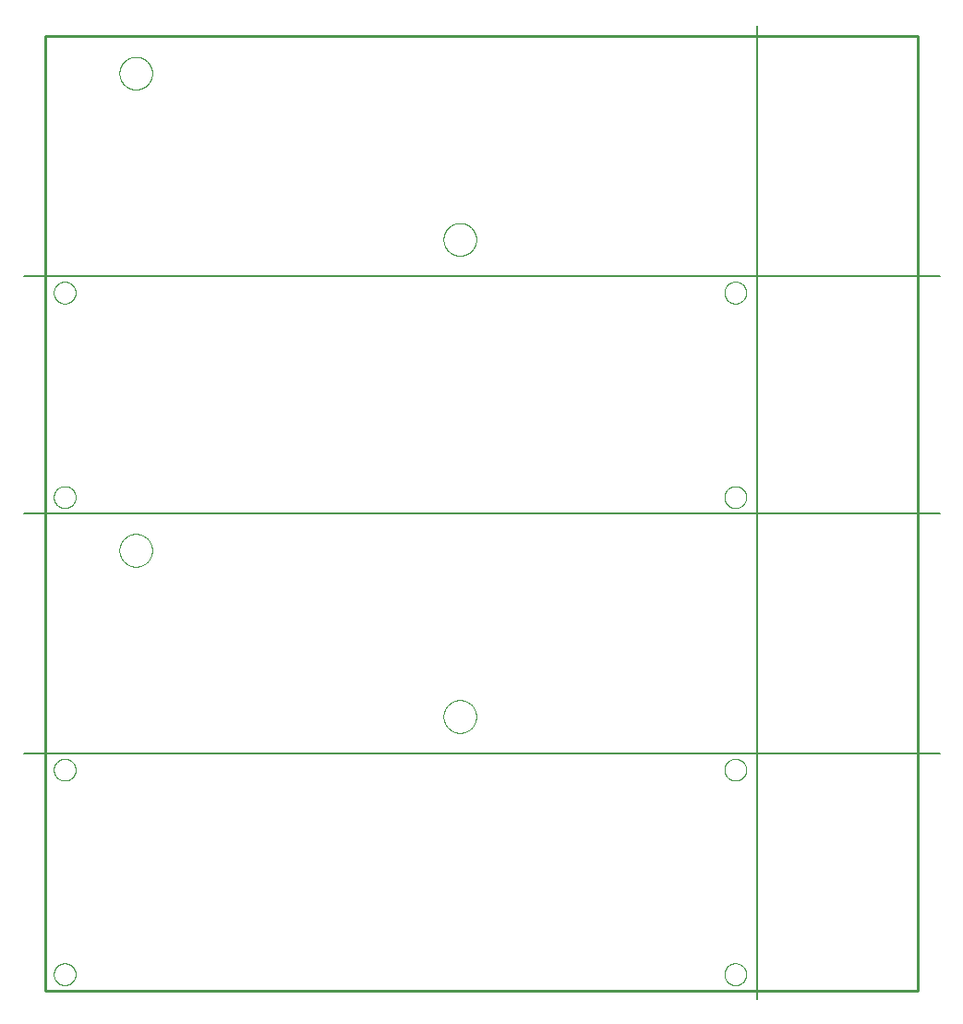
<source format=gbr>
G04 EAGLE Gerber RS-274X export*
G75*
%MOMM*%
%FSLAX34Y34*%
%LPD*%
%INoutline*%
%IPPOS*%
%AMOC8*
5,1,8,0,0,1.08239X$1,22.5*%
G01*
%ADD10C,0.000000*%
%ADD11C,0.152400*%
%ADD12C,0.254000*%


D10*
X7500Y202500D02*
X7503Y202745D01*
X7512Y202991D01*
X7527Y203236D01*
X7548Y203480D01*
X7575Y203724D01*
X7608Y203967D01*
X7647Y204210D01*
X7692Y204451D01*
X7743Y204691D01*
X7800Y204930D01*
X7862Y205167D01*
X7931Y205403D01*
X8005Y205637D01*
X8085Y205869D01*
X8170Y206099D01*
X8261Y206327D01*
X8358Y206552D01*
X8460Y206776D01*
X8568Y206996D01*
X8681Y207214D01*
X8799Y207429D01*
X8923Y207641D01*
X9051Y207850D01*
X9185Y208056D01*
X9324Y208258D01*
X9468Y208457D01*
X9617Y208652D01*
X9770Y208844D01*
X9928Y209032D01*
X10090Y209216D01*
X10258Y209395D01*
X10429Y209571D01*
X10605Y209742D01*
X10784Y209910D01*
X10968Y210072D01*
X11156Y210230D01*
X11348Y210383D01*
X11543Y210532D01*
X11742Y210676D01*
X11944Y210815D01*
X12150Y210949D01*
X12359Y211077D01*
X12571Y211201D01*
X12786Y211319D01*
X13004Y211432D01*
X13224Y211540D01*
X13448Y211642D01*
X13673Y211739D01*
X13901Y211830D01*
X14131Y211915D01*
X14363Y211995D01*
X14597Y212069D01*
X14833Y212138D01*
X15070Y212200D01*
X15309Y212257D01*
X15549Y212308D01*
X15790Y212353D01*
X16033Y212392D01*
X16276Y212425D01*
X16520Y212452D01*
X16764Y212473D01*
X17009Y212488D01*
X17255Y212497D01*
X17500Y212500D01*
X17745Y212497D01*
X17991Y212488D01*
X18236Y212473D01*
X18480Y212452D01*
X18724Y212425D01*
X18967Y212392D01*
X19210Y212353D01*
X19451Y212308D01*
X19691Y212257D01*
X19930Y212200D01*
X20167Y212138D01*
X20403Y212069D01*
X20637Y211995D01*
X20869Y211915D01*
X21099Y211830D01*
X21327Y211739D01*
X21552Y211642D01*
X21776Y211540D01*
X21996Y211432D01*
X22214Y211319D01*
X22429Y211201D01*
X22641Y211077D01*
X22850Y210949D01*
X23056Y210815D01*
X23258Y210676D01*
X23457Y210532D01*
X23652Y210383D01*
X23844Y210230D01*
X24032Y210072D01*
X24216Y209910D01*
X24395Y209742D01*
X24571Y209571D01*
X24742Y209395D01*
X24910Y209216D01*
X25072Y209032D01*
X25230Y208844D01*
X25383Y208652D01*
X25532Y208457D01*
X25676Y208258D01*
X25815Y208056D01*
X25949Y207850D01*
X26077Y207641D01*
X26201Y207429D01*
X26319Y207214D01*
X26432Y206996D01*
X26540Y206776D01*
X26642Y206552D01*
X26739Y206327D01*
X26830Y206099D01*
X26915Y205869D01*
X26995Y205637D01*
X27069Y205403D01*
X27138Y205167D01*
X27200Y204930D01*
X27257Y204691D01*
X27308Y204451D01*
X27353Y204210D01*
X27392Y203967D01*
X27425Y203724D01*
X27452Y203480D01*
X27473Y203236D01*
X27488Y202991D01*
X27497Y202745D01*
X27500Y202500D01*
X27497Y202255D01*
X27488Y202009D01*
X27473Y201764D01*
X27452Y201520D01*
X27425Y201276D01*
X27392Y201033D01*
X27353Y200790D01*
X27308Y200549D01*
X27257Y200309D01*
X27200Y200070D01*
X27138Y199833D01*
X27069Y199597D01*
X26995Y199363D01*
X26915Y199131D01*
X26830Y198901D01*
X26739Y198673D01*
X26642Y198448D01*
X26540Y198224D01*
X26432Y198004D01*
X26319Y197786D01*
X26201Y197571D01*
X26077Y197359D01*
X25949Y197150D01*
X25815Y196944D01*
X25676Y196742D01*
X25532Y196543D01*
X25383Y196348D01*
X25230Y196156D01*
X25072Y195968D01*
X24910Y195784D01*
X24742Y195605D01*
X24571Y195429D01*
X24395Y195258D01*
X24216Y195090D01*
X24032Y194928D01*
X23844Y194770D01*
X23652Y194617D01*
X23457Y194468D01*
X23258Y194324D01*
X23056Y194185D01*
X22850Y194051D01*
X22641Y193923D01*
X22429Y193799D01*
X22214Y193681D01*
X21996Y193568D01*
X21776Y193460D01*
X21552Y193358D01*
X21327Y193261D01*
X21099Y193170D01*
X20869Y193085D01*
X20637Y193005D01*
X20403Y192931D01*
X20167Y192862D01*
X19930Y192800D01*
X19691Y192743D01*
X19451Y192692D01*
X19210Y192647D01*
X18967Y192608D01*
X18724Y192575D01*
X18480Y192548D01*
X18236Y192527D01*
X17991Y192512D01*
X17745Y192503D01*
X17500Y192500D01*
X17255Y192503D01*
X17009Y192512D01*
X16764Y192527D01*
X16520Y192548D01*
X16276Y192575D01*
X16033Y192608D01*
X15790Y192647D01*
X15549Y192692D01*
X15309Y192743D01*
X15070Y192800D01*
X14833Y192862D01*
X14597Y192931D01*
X14363Y193005D01*
X14131Y193085D01*
X13901Y193170D01*
X13673Y193261D01*
X13448Y193358D01*
X13224Y193460D01*
X13004Y193568D01*
X12786Y193681D01*
X12571Y193799D01*
X12359Y193923D01*
X12150Y194051D01*
X11944Y194185D01*
X11742Y194324D01*
X11543Y194468D01*
X11348Y194617D01*
X11156Y194770D01*
X10968Y194928D01*
X10784Y195090D01*
X10605Y195258D01*
X10429Y195429D01*
X10258Y195605D01*
X10090Y195784D01*
X9928Y195968D01*
X9770Y196156D01*
X9617Y196348D01*
X9468Y196543D01*
X9324Y196742D01*
X9185Y196944D01*
X9051Y197150D01*
X8923Y197359D01*
X8799Y197571D01*
X8681Y197786D01*
X8568Y198004D01*
X8460Y198224D01*
X8358Y198448D01*
X8261Y198673D01*
X8170Y198901D01*
X8085Y199131D01*
X8005Y199363D01*
X7931Y199597D01*
X7862Y199833D01*
X7800Y200070D01*
X7743Y200309D01*
X7692Y200549D01*
X7647Y200790D01*
X7608Y201033D01*
X7575Y201276D01*
X7548Y201520D01*
X7527Y201764D01*
X7512Y202009D01*
X7503Y202255D01*
X7500Y202500D01*
X622500Y202500D02*
X622503Y202745D01*
X622512Y202991D01*
X622527Y203236D01*
X622548Y203480D01*
X622575Y203724D01*
X622608Y203967D01*
X622647Y204210D01*
X622692Y204451D01*
X622743Y204691D01*
X622800Y204930D01*
X622862Y205167D01*
X622931Y205403D01*
X623005Y205637D01*
X623085Y205869D01*
X623170Y206099D01*
X623261Y206327D01*
X623358Y206552D01*
X623460Y206776D01*
X623568Y206996D01*
X623681Y207214D01*
X623799Y207429D01*
X623923Y207641D01*
X624051Y207850D01*
X624185Y208056D01*
X624324Y208258D01*
X624468Y208457D01*
X624617Y208652D01*
X624770Y208844D01*
X624928Y209032D01*
X625090Y209216D01*
X625258Y209395D01*
X625429Y209571D01*
X625605Y209742D01*
X625784Y209910D01*
X625968Y210072D01*
X626156Y210230D01*
X626348Y210383D01*
X626543Y210532D01*
X626742Y210676D01*
X626944Y210815D01*
X627150Y210949D01*
X627359Y211077D01*
X627571Y211201D01*
X627786Y211319D01*
X628004Y211432D01*
X628224Y211540D01*
X628448Y211642D01*
X628673Y211739D01*
X628901Y211830D01*
X629131Y211915D01*
X629363Y211995D01*
X629597Y212069D01*
X629833Y212138D01*
X630070Y212200D01*
X630309Y212257D01*
X630549Y212308D01*
X630790Y212353D01*
X631033Y212392D01*
X631276Y212425D01*
X631520Y212452D01*
X631764Y212473D01*
X632009Y212488D01*
X632255Y212497D01*
X632500Y212500D01*
X632745Y212497D01*
X632991Y212488D01*
X633236Y212473D01*
X633480Y212452D01*
X633724Y212425D01*
X633967Y212392D01*
X634210Y212353D01*
X634451Y212308D01*
X634691Y212257D01*
X634930Y212200D01*
X635167Y212138D01*
X635403Y212069D01*
X635637Y211995D01*
X635869Y211915D01*
X636099Y211830D01*
X636327Y211739D01*
X636552Y211642D01*
X636776Y211540D01*
X636996Y211432D01*
X637214Y211319D01*
X637429Y211201D01*
X637641Y211077D01*
X637850Y210949D01*
X638056Y210815D01*
X638258Y210676D01*
X638457Y210532D01*
X638652Y210383D01*
X638844Y210230D01*
X639032Y210072D01*
X639216Y209910D01*
X639395Y209742D01*
X639571Y209571D01*
X639742Y209395D01*
X639910Y209216D01*
X640072Y209032D01*
X640230Y208844D01*
X640383Y208652D01*
X640532Y208457D01*
X640676Y208258D01*
X640815Y208056D01*
X640949Y207850D01*
X641077Y207641D01*
X641201Y207429D01*
X641319Y207214D01*
X641432Y206996D01*
X641540Y206776D01*
X641642Y206552D01*
X641739Y206327D01*
X641830Y206099D01*
X641915Y205869D01*
X641995Y205637D01*
X642069Y205403D01*
X642138Y205167D01*
X642200Y204930D01*
X642257Y204691D01*
X642308Y204451D01*
X642353Y204210D01*
X642392Y203967D01*
X642425Y203724D01*
X642452Y203480D01*
X642473Y203236D01*
X642488Y202991D01*
X642497Y202745D01*
X642500Y202500D01*
X642497Y202255D01*
X642488Y202009D01*
X642473Y201764D01*
X642452Y201520D01*
X642425Y201276D01*
X642392Y201033D01*
X642353Y200790D01*
X642308Y200549D01*
X642257Y200309D01*
X642200Y200070D01*
X642138Y199833D01*
X642069Y199597D01*
X641995Y199363D01*
X641915Y199131D01*
X641830Y198901D01*
X641739Y198673D01*
X641642Y198448D01*
X641540Y198224D01*
X641432Y198004D01*
X641319Y197786D01*
X641201Y197571D01*
X641077Y197359D01*
X640949Y197150D01*
X640815Y196944D01*
X640676Y196742D01*
X640532Y196543D01*
X640383Y196348D01*
X640230Y196156D01*
X640072Y195968D01*
X639910Y195784D01*
X639742Y195605D01*
X639571Y195429D01*
X639395Y195258D01*
X639216Y195090D01*
X639032Y194928D01*
X638844Y194770D01*
X638652Y194617D01*
X638457Y194468D01*
X638258Y194324D01*
X638056Y194185D01*
X637850Y194051D01*
X637641Y193923D01*
X637429Y193799D01*
X637214Y193681D01*
X636996Y193568D01*
X636776Y193460D01*
X636552Y193358D01*
X636327Y193261D01*
X636099Y193170D01*
X635869Y193085D01*
X635637Y193005D01*
X635403Y192931D01*
X635167Y192862D01*
X634930Y192800D01*
X634691Y192743D01*
X634451Y192692D01*
X634210Y192647D01*
X633967Y192608D01*
X633724Y192575D01*
X633480Y192548D01*
X633236Y192527D01*
X632991Y192512D01*
X632745Y192503D01*
X632500Y192500D01*
X632255Y192503D01*
X632009Y192512D01*
X631764Y192527D01*
X631520Y192548D01*
X631276Y192575D01*
X631033Y192608D01*
X630790Y192647D01*
X630549Y192692D01*
X630309Y192743D01*
X630070Y192800D01*
X629833Y192862D01*
X629597Y192931D01*
X629363Y193005D01*
X629131Y193085D01*
X628901Y193170D01*
X628673Y193261D01*
X628448Y193358D01*
X628224Y193460D01*
X628004Y193568D01*
X627786Y193681D01*
X627571Y193799D01*
X627359Y193923D01*
X627150Y194051D01*
X626944Y194185D01*
X626742Y194324D01*
X626543Y194468D01*
X626348Y194617D01*
X626156Y194770D01*
X625968Y194928D01*
X625784Y195090D01*
X625605Y195258D01*
X625429Y195429D01*
X625258Y195605D01*
X625090Y195784D01*
X624928Y195968D01*
X624770Y196156D01*
X624617Y196348D01*
X624468Y196543D01*
X624324Y196742D01*
X624185Y196944D01*
X624051Y197150D01*
X623923Y197359D01*
X623799Y197571D01*
X623681Y197786D01*
X623568Y198004D01*
X623460Y198224D01*
X623358Y198448D01*
X623261Y198673D01*
X623170Y198901D01*
X623085Y199131D01*
X623005Y199363D01*
X622931Y199597D01*
X622862Y199833D01*
X622800Y200070D01*
X622743Y200309D01*
X622692Y200549D01*
X622647Y200790D01*
X622608Y201033D01*
X622575Y201276D01*
X622548Y201520D01*
X622527Y201764D01*
X622512Y202009D01*
X622503Y202255D01*
X622500Y202500D01*
X622500Y15000D02*
X622503Y15245D01*
X622512Y15491D01*
X622527Y15736D01*
X622548Y15980D01*
X622575Y16224D01*
X622608Y16467D01*
X622647Y16710D01*
X622692Y16951D01*
X622743Y17191D01*
X622800Y17430D01*
X622862Y17667D01*
X622931Y17903D01*
X623005Y18137D01*
X623085Y18369D01*
X623170Y18599D01*
X623261Y18827D01*
X623358Y19052D01*
X623460Y19276D01*
X623568Y19496D01*
X623681Y19714D01*
X623799Y19929D01*
X623923Y20141D01*
X624051Y20350D01*
X624185Y20556D01*
X624324Y20758D01*
X624468Y20957D01*
X624617Y21152D01*
X624770Y21344D01*
X624928Y21532D01*
X625090Y21716D01*
X625258Y21895D01*
X625429Y22071D01*
X625605Y22242D01*
X625784Y22410D01*
X625968Y22572D01*
X626156Y22730D01*
X626348Y22883D01*
X626543Y23032D01*
X626742Y23176D01*
X626944Y23315D01*
X627150Y23449D01*
X627359Y23577D01*
X627571Y23701D01*
X627786Y23819D01*
X628004Y23932D01*
X628224Y24040D01*
X628448Y24142D01*
X628673Y24239D01*
X628901Y24330D01*
X629131Y24415D01*
X629363Y24495D01*
X629597Y24569D01*
X629833Y24638D01*
X630070Y24700D01*
X630309Y24757D01*
X630549Y24808D01*
X630790Y24853D01*
X631033Y24892D01*
X631276Y24925D01*
X631520Y24952D01*
X631764Y24973D01*
X632009Y24988D01*
X632255Y24997D01*
X632500Y25000D01*
X632745Y24997D01*
X632991Y24988D01*
X633236Y24973D01*
X633480Y24952D01*
X633724Y24925D01*
X633967Y24892D01*
X634210Y24853D01*
X634451Y24808D01*
X634691Y24757D01*
X634930Y24700D01*
X635167Y24638D01*
X635403Y24569D01*
X635637Y24495D01*
X635869Y24415D01*
X636099Y24330D01*
X636327Y24239D01*
X636552Y24142D01*
X636776Y24040D01*
X636996Y23932D01*
X637214Y23819D01*
X637429Y23701D01*
X637641Y23577D01*
X637850Y23449D01*
X638056Y23315D01*
X638258Y23176D01*
X638457Y23032D01*
X638652Y22883D01*
X638844Y22730D01*
X639032Y22572D01*
X639216Y22410D01*
X639395Y22242D01*
X639571Y22071D01*
X639742Y21895D01*
X639910Y21716D01*
X640072Y21532D01*
X640230Y21344D01*
X640383Y21152D01*
X640532Y20957D01*
X640676Y20758D01*
X640815Y20556D01*
X640949Y20350D01*
X641077Y20141D01*
X641201Y19929D01*
X641319Y19714D01*
X641432Y19496D01*
X641540Y19276D01*
X641642Y19052D01*
X641739Y18827D01*
X641830Y18599D01*
X641915Y18369D01*
X641995Y18137D01*
X642069Y17903D01*
X642138Y17667D01*
X642200Y17430D01*
X642257Y17191D01*
X642308Y16951D01*
X642353Y16710D01*
X642392Y16467D01*
X642425Y16224D01*
X642452Y15980D01*
X642473Y15736D01*
X642488Y15491D01*
X642497Y15245D01*
X642500Y15000D01*
X642497Y14755D01*
X642488Y14509D01*
X642473Y14264D01*
X642452Y14020D01*
X642425Y13776D01*
X642392Y13533D01*
X642353Y13290D01*
X642308Y13049D01*
X642257Y12809D01*
X642200Y12570D01*
X642138Y12333D01*
X642069Y12097D01*
X641995Y11863D01*
X641915Y11631D01*
X641830Y11401D01*
X641739Y11173D01*
X641642Y10948D01*
X641540Y10724D01*
X641432Y10504D01*
X641319Y10286D01*
X641201Y10071D01*
X641077Y9859D01*
X640949Y9650D01*
X640815Y9444D01*
X640676Y9242D01*
X640532Y9043D01*
X640383Y8848D01*
X640230Y8656D01*
X640072Y8468D01*
X639910Y8284D01*
X639742Y8105D01*
X639571Y7929D01*
X639395Y7758D01*
X639216Y7590D01*
X639032Y7428D01*
X638844Y7270D01*
X638652Y7117D01*
X638457Y6968D01*
X638258Y6824D01*
X638056Y6685D01*
X637850Y6551D01*
X637641Y6423D01*
X637429Y6299D01*
X637214Y6181D01*
X636996Y6068D01*
X636776Y5960D01*
X636552Y5858D01*
X636327Y5761D01*
X636099Y5670D01*
X635869Y5585D01*
X635637Y5505D01*
X635403Y5431D01*
X635167Y5362D01*
X634930Y5300D01*
X634691Y5243D01*
X634451Y5192D01*
X634210Y5147D01*
X633967Y5108D01*
X633724Y5075D01*
X633480Y5048D01*
X633236Y5027D01*
X632991Y5012D01*
X632745Y5003D01*
X632500Y5000D01*
X632255Y5003D01*
X632009Y5012D01*
X631764Y5027D01*
X631520Y5048D01*
X631276Y5075D01*
X631033Y5108D01*
X630790Y5147D01*
X630549Y5192D01*
X630309Y5243D01*
X630070Y5300D01*
X629833Y5362D01*
X629597Y5431D01*
X629363Y5505D01*
X629131Y5585D01*
X628901Y5670D01*
X628673Y5761D01*
X628448Y5858D01*
X628224Y5960D01*
X628004Y6068D01*
X627786Y6181D01*
X627571Y6299D01*
X627359Y6423D01*
X627150Y6551D01*
X626944Y6685D01*
X626742Y6824D01*
X626543Y6968D01*
X626348Y7117D01*
X626156Y7270D01*
X625968Y7428D01*
X625784Y7590D01*
X625605Y7758D01*
X625429Y7929D01*
X625258Y8105D01*
X625090Y8284D01*
X624928Y8468D01*
X624770Y8656D01*
X624617Y8848D01*
X624468Y9043D01*
X624324Y9242D01*
X624185Y9444D01*
X624051Y9650D01*
X623923Y9859D01*
X623799Y10071D01*
X623681Y10286D01*
X623568Y10504D01*
X623460Y10724D01*
X623358Y10948D01*
X623261Y11173D01*
X623170Y11401D01*
X623085Y11631D01*
X623005Y11863D01*
X622931Y12097D01*
X622862Y12333D01*
X622800Y12570D01*
X622743Y12809D01*
X622692Y13049D01*
X622647Y13290D01*
X622608Y13533D01*
X622575Y13776D01*
X622548Y14020D01*
X622527Y14264D01*
X622512Y14509D01*
X622503Y14755D01*
X622500Y15000D01*
X7500Y15000D02*
X7503Y15245D01*
X7512Y15491D01*
X7527Y15736D01*
X7548Y15980D01*
X7575Y16224D01*
X7608Y16467D01*
X7647Y16710D01*
X7692Y16951D01*
X7743Y17191D01*
X7800Y17430D01*
X7862Y17667D01*
X7931Y17903D01*
X8005Y18137D01*
X8085Y18369D01*
X8170Y18599D01*
X8261Y18827D01*
X8358Y19052D01*
X8460Y19276D01*
X8568Y19496D01*
X8681Y19714D01*
X8799Y19929D01*
X8923Y20141D01*
X9051Y20350D01*
X9185Y20556D01*
X9324Y20758D01*
X9468Y20957D01*
X9617Y21152D01*
X9770Y21344D01*
X9928Y21532D01*
X10090Y21716D01*
X10258Y21895D01*
X10429Y22071D01*
X10605Y22242D01*
X10784Y22410D01*
X10968Y22572D01*
X11156Y22730D01*
X11348Y22883D01*
X11543Y23032D01*
X11742Y23176D01*
X11944Y23315D01*
X12150Y23449D01*
X12359Y23577D01*
X12571Y23701D01*
X12786Y23819D01*
X13004Y23932D01*
X13224Y24040D01*
X13448Y24142D01*
X13673Y24239D01*
X13901Y24330D01*
X14131Y24415D01*
X14363Y24495D01*
X14597Y24569D01*
X14833Y24638D01*
X15070Y24700D01*
X15309Y24757D01*
X15549Y24808D01*
X15790Y24853D01*
X16033Y24892D01*
X16276Y24925D01*
X16520Y24952D01*
X16764Y24973D01*
X17009Y24988D01*
X17255Y24997D01*
X17500Y25000D01*
X17745Y24997D01*
X17991Y24988D01*
X18236Y24973D01*
X18480Y24952D01*
X18724Y24925D01*
X18967Y24892D01*
X19210Y24853D01*
X19451Y24808D01*
X19691Y24757D01*
X19930Y24700D01*
X20167Y24638D01*
X20403Y24569D01*
X20637Y24495D01*
X20869Y24415D01*
X21099Y24330D01*
X21327Y24239D01*
X21552Y24142D01*
X21776Y24040D01*
X21996Y23932D01*
X22214Y23819D01*
X22429Y23701D01*
X22641Y23577D01*
X22850Y23449D01*
X23056Y23315D01*
X23258Y23176D01*
X23457Y23032D01*
X23652Y22883D01*
X23844Y22730D01*
X24032Y22572D01*
X24216Y22410D01*
X24395Y22242D01*
X24571Y22071D01*
X24742Y21895D01*
X24910Y21716D01*
X25072Y21532D01*
X25230Y21344D01*
X25383Y21152D01*
X25532Y20957D01*
X25676Y20758D01*
X25815Y20556D01*
X25949Y20350D01*
X26077Y20141D01*
X26201Y19929D01*
X26319Y19714D01*
X26432Y19496D01*
X26540Y19276D01*
X26642Y19052D01*
X26739Y18827D01*
X26830Y18599D01*
X26915Y18369D01*
X26995Y18137D01*
X27069Y17903D01*
X27138Y17667D01*
X27200Y17430D01*
X27257Y17191D01*
X27308Y16951D01*
X27353Y16710D01*
X27392Y16467D01*
X27425Y16224D01*
X27452Y15980D01*
X27473Y15736D01*
X27488Y15491D01*
X27497Y15245D01*
X27500Y15000D01*
X27497Y14755D01*
X27488Y14509D01*
X27473Y14264D01*
X27452Y14020D01*
X27425Y13776D01*
X27392Y13533D01*
X27353Y13290D01*
X27308Y13049D01*
X27257Y12809D01*
X27200Y12570D01*
X27138Y12333D01*
X27069Y12097D01*
X26995Y11863D01*
X26915Y11631D01*
X26830Y11401D01*
X26739Y11173D01*
X26642Y10948D01*
X26540Y10724D01*
X26432Y10504D01*
X26319Y10286D01*
X26201Y10071D01*
X26077Y9859D01*
X25949Y9650D01*
X25815Y9444D01*
X25676Y9242D01*
X25532Y9043D01*
X25383Y8848D01*
X25230Y8656D01*
X25072Y8468D01*
X24910Y8284D01*
X24742Y8105D01*
X24571Y7929D01*
X24395Y7758D01*
X24216Y7590D01*
X24032Y7428D01*
X23844Y7270D01*
X23652Y7117D01*
X23457Y6968D01*
X23258Y6824D01*
X23056Y6685D01*
X22850Y6551D01*
X22641Y6423D01*
X22429Y6299D01*
X22214Y6181D01*
X21996Y6068D01*
X21776Y5960D01*
X21552Y5858D01*
X21327Y5761D01*
X21099Y5670D01*
X20869Y5585D01*
X20637Y5505D01*
X20403Y5431D01*
X20167Y5362D01*
X19930Y5300D01*
X19691Y5243D01*
X19451Y5192D01*
X19210Y5147D01*
X18967Y5108D01*
X18724Y5075D01*
X18480Y5048D01*
X18236Y5027D01*
X17991Y5012D01*
X17745Y5003D01*
X17500Y5000D01*
X17255Y5003D01*
X17009Y5012D01*
X16764Y5027D01*
X16520Y5048D01*
X16276Y5075D01*
X16033Y5108D01*
X15790Y5147D01*
X15549Y5192D01*
X15309Y5243D01*
X15070Y5300D01*
X14833Y5362D01*
X14597Y5431D01*
X14363Y5505D01*
X14131Y5585D01*
X13901Y5670D01*
X13673Y5761D01*
X13448Y5858D01*
X13224Y5960D01*
X13004Y6068D01*
X12786Y6181D01*
X12571Y6299D01*
X12359Y6423D01*
X12150Y6551D01*
X11944Y6685D01*
X11742Y6824D01*
X11543Y6968D01*
X11348Y7117D01*
X11156Y7270D01*
X10968Y7428D01*
X10784Y7590D01*
X10605Y7758D01*
X10429Y7929D01*
X10258Y8105D01*
X10090Y8284D01*
X9928Y8468D01*
X9770Y8656D01*
X9617Y8848D01*
X9468Y9043D01*
X9324Y9242D01*
X9185Y9444D01*
X9051Y9650D01*
X8923Y9859D01*
X8799Y10071D01*
X8681Y10286D01*
X8568Y10504D01*
X8460Y10724D01*
X8358Y10948D01*
X8261Y11173D01*
X8170Y11401D01*
X8085Y11631D01*
X8005Y11863D01*
X7931Y12097D01*
X7862Y12333D01*
X7800Y12570D01*
X7743Y12809D01*
X7692Y13049D01*
X7647Y13290D01*
X7608Y13533D01*
X7575Y13776D01*
X7548Y14020D01*
X7527Y14264D01*
X7512Y14509D01*
X7503Y14755D01*
X7500Y15000D01*
X0Y437500D02*
X652500Y437500D01*
X7500Y640000D02*
X7503Y640245D01*
X7512Y640491D01*
X7527Y640736D01*
X7548Y640980D01*
X7575Y641224D01*
X7608Y641467D01*
X7647Y641710D01*
X7692Y641951D01*
X7743Y642191D01*
X7800Y642430D01*
X7862Y642667D01*
X7931Y642903D01*
X8005Y643137D01*
X8085Y643369D01*
X8170Y643599D01*
X8261Y643827D01*
X8358Y644052D01*
X8460Y644276D01*
X8568Y644496D01*
X8681Y644714D01*
X8799Y644929D01*
X8923Y645141D01*
X9051Y645350D01*
X9185Y645556D01*
X9324Y645758D01*
X9468Y645957D01*
X9617Y646152D01*
X9770Y646344D01*
X9928Y646532D01*
X10090Y646716D01*
X10258Y646895D01*
X10429Y647071D01*
X10605Y647242D01*
X10784Y647410D01*
X10968Y647572D01*
X11156Y647730D01*
X11348Y647883D01*
X11543Y648032D01*
X11742Y648176D01*
X11944Y648315D01*
X12150Y648449D01*
X12359Y648577D01*
X12571Y648701D01*
X12786Y648819D01*
X13004Y648932D01*
X13224Y649040D01*
X13448Y649142D01*
X13673Y649239D01*
X13901Y649330D01*
X14131Y649415D01*
X14363Y649495D01*
X14597Y649569D01*
X14833Y649638D01*
X15070Y649700D01*
X15309Y649757D01*
X15549Y649808D01*
X15790Y649853D01*
X16033Y649892D01*
X16276Y649925D01*
X16520Y649952D01*
X16764Y649973D01*
X17009Y649988D01*
X17255Y649997D01*
X17500Y650000D01*
X17745Y649997D01*
X17991Y649988D01*
X18236Y649973D01*
X18480Y649952D01*
X18724Y649925D01*
X18967Y649892D01*
X19210Y649853D01*
X19451Y649808D01*
X19691Y649757D01*
X19930Y649700D01*
X20167Y649638D01*
X20403Y649569D01*
X20637Y649495D01*
X20869Y649415D01*
X21099Y649330D01*
X21327Y649239D01*
X21552Y649142D01*
X21776Y649040D01*
X21996Y648932D01*
X22214Y648819D01*
X22429Y648701D01*
X22641Y648577D01*
X22850Y648449D01*
X23056Y648315D01*
X23258Y648176D01*
X23457Y648032D01*
X23652Y647883D01*
X23844Y647730D01*
X24032Y647572D01*
X24216Y647410D01*
X24395Y647242D01*
X24571Y647071D01*
X24742Y646895D01*
X24910Y646716D01*
X25072Y646532D01*
X25230Y646344D01*
X25383Y646152D01*
X25532Y645957D01*
X25676Y645758D01*
X25815Y645556D01*
X25949Y645350D01*
X26077Y645141D01*
X26201Y644929D01*
X26319Y644714D01*
X26432Y644496D01*
X26540Y644276D01*
X26642Y644052D01*
X26739Y643827D01*
X26830Y643599D01*
X26915Y643369D01*
X26995Y643137D01*
X27069Y642903D01*
X27138Y642667D01*
X27200Y642430D01*
X27257Y642191D01*
X27308Y641951D01*
X27353Y641710D01*
X27392Y641467D01*
X27425Y641224D01*
X27452Y640980D01*
X27473Y640736D01*
X27488Y640491D01*
X27497Y640245D01*
X27500Y640000D01*
X27497Y639755D01*
X27488Y639509D01*
X27473Y639264D01*
X27452Y639020D01*
X27425Y638776D01*
X27392Y638533D01*
X27353Y638290D01*
X27308Y638049D01*
X27257Y637809D01*
X27200Y637570D01*
X27138Y637333D01*
X27069Y637097D01*
X26995Y636863D01*
X26915Y636631D01*
X26830Y636401D01*
X26739Y636173D01*
X26642Y635948D01*
X26540Y635724D01*
X26432Y635504D01*
X26319Y635286D01*
X26201Y635071D01*
X26077Y634859D01*
X25949Y634650D01*
X25815Y634444D01*
X25676Y634242D01*
X25532Y634043D01*
X25383Y633848D01*
X25230Y633656D01*
X25072Y633468D01*
X24910Y633284D01*
X24742Y633105D01*
X24571Y632929D01*
X24395Y632758D01*
X24216Y632590D01*
X24032Y632428D01*
X23844Y632270D01*
X23652Y632117D01*
X23457Y631968D01*
X23258Y631824D01*
X23056Y631685D01*
X22850Y631551D01*
X22641Y631423D01*
X22429Y631299D01*
X22214Y631181D01*
X21996Y631068D01*
X21776Y630960D01*
X21552Y630858D01*
X21327Y630761D01*
X21099Y630670D01*
X20869Y630585D01*
X20637Y630505D01*
X20403Y630431D01*
X20167Y630362D01*
X19930Y630300D01*
X19691Y630243D01*
X19451Y630192D01*
X19210Y630147D01*
X18967Y630108D01*
X18724Y630075D01*
X18480Y630048D01*
X18236Y630027D01*
X17991Y630012D01*
X17745Y630003D01*
X17500Y630000D01*
X17255Y630003D01*
X17009Y630012D01*
X16764Y630027D01*
X16520Y630048D01*
X16276Y630075D01*
X16033Y630108D01*
X15790Y630147D01*
X15549Y630192D01*
X15309Y630243D01*
X15070Y630300D01*
X14833Y630362D01*
X14597Y630431D01*
X14363Y630505D01*
X14131Y630585D01*
X13901Y630670D01*
X13673Y630761D01*
X13448Y630858D01*
X13224Y630960D01*
X13004Y631068D01*
X12786Y631181D01*
X12571Y631299D01*
X12359Y631423D01*
X12150Y631551D01*
X11944Y631685D01*
X11742Y631824D01*
X11543Y631968D01*
X11348Y632117D01*
X11156Y632270D01*
X10968Y632428D01*
X10784Y632590D01*
X10605Y632758D01*
X10429Y632929D01*
X10258Y633105D01*
X10090Y633284D01*
X9928Y633468D01*
X9770Y633656D01*
X9617Y633848D01*
X9468Y634043D01*
X9324Y634242D01*
X9185Y634444D01*
X9051Y634650D01*
X8923Y634859D01*
X8799Y635071D01*
X8681Y635286D01*
X8568Y635504D01*
X8460Y635724D01*
X8358Y635948D01*
X8261Y636173D01*
X8170Y636401D01*
X8085Y636631D01*
X8005Y636863D01*
X7931Y637097D01*
X7862Y637333D01*
X7800Y637570D01*
X7743Y637809D01*
X7692Y638049D01*
X7647Y638290D01*
X7608Y638533D01*
X7575Y638776D01*
X7548Y639020D01*
X7527Y639264D01*
X7512Y639509D01*
X7503Y639755D01*
X7500Y640000D01*
X622500Y640000D02*
X622503Y640245D01*
X622512Y640491D01*
X622527Y640736D01*
X622548Y640980D01*
X622575Y641224D01*
X622608Y641467D01*
X622647Y641710D01*
X622692Y641951D01*
X622743Y642191D01*
X622800Y642430D01*
X622862Y642667D01*
X622931Y642903D01*
X623005Y643137D01*
X623085Y643369D01*
X623170Y643599D01*
X623261Y643827D01*
X623358Y644052D01*
X623460Y644276D01*
X623568Y644496D01*
X623681Y644714D01*
X623799Y644929D01*
X623923Y645141D01*
X624051Y645350D01*
X624185Y645556D01*
X624324Y645758D01*
X624468Y645957D01*
X624617Y646152D01*
X624770Y646344D01*
X624928Y646532D01*
X625090Y646716D01*
X625258Y646895D01*
X625429Y647071D01*
X625605Y647242D01*
X625784Y647410D01*
X625968Y647572D01*
X626156Y647730D01*
X626348Y647883D01*
X626543Y648032D01*
X626742Y648176D01*
X626944Y648315D01*
X627150Y648449D01*
X627359Y648577D01*
X627571Y648701D01*
X627786Y648819D01*
X628004Y648932D01*
X628224Y649040D01*
X628448Y649142D01*
X628673Y649239D01*
X628901Y649330D01*
X629131Y649415D01*
X629363Y649495D01*
X629597Y649569D01*
X629833Y649638D01*
X630070Y649700D01*
X630309Y649757D01*
X630549Y649808D01*
X630790Y649853D01*
X631033Y649892D01*
X631276Y649925D01*
X631520Y649952D01*
X631764Y649973D01*
X632009Y649988D01*
X632255Y649997D01*
X632500Y650000D01*
X632745Y649997D01*
X632991Y649988D01*
X633236Y649973D01*
X633480Y649952D01*
X633724Y649925D01*
X633967Y649892D01*
X634210Y649853D01*
X634451Y649808D01*
X634691Y649757D01*
X634930Y649700D01*
X635167Y649638D01*
X635403Y649569D01*
X635637Y649495D01*
X635869Y649415D01*
X636099Y649330D01*
X636327Y649239D01*
X636552Y649142D01*
X636776Y649040D01*
X636996Y648932D01*
X637214Y648819D01*
X637429Y648701D01*
X637641Y648577D01*
X637850Y648449D01*
X638056Y648315D01*
X638258Y648176D01*
X638457Y648032D01*
X638652Y647883D01*
X638844Y647730D01*
X639032Y647572D01*
X639216Y647410D01*
X639395Y647242D01*
X639571Y647071D01*
X639742Y646895D01*
X639910Y646716D01*
X640072Y646532D01*
X640230Y646344D01*
X640383Y646152D01*
X640532Y645957D01*
X640676Y645758D01*
X640815Y645556D01*
X640949Y645350D01*
X641077Y645141D01*
X641201Y644929D01*
X641319Y644714D01*
X641432Y644496D01*
X641540Y644276D01*
X641642Y644052D01*
X641739Y643827D01*
X641830Y643599D01*
X641915Y643369D01*
X641995Y643137D01*
X642069Y642903D01*
X642138Y642667D01*
X642200Y642430D01*
X642257Y642191D01*
X642308Y641951D01*
X642353Y641710D01*
X642392Y641467D01*
X642425Y641224D01*
X642452Y640980D01*
X642473Y640736D01*
X642488Y640491D01*
X642497Y640245D01*
X642500Y640000D01*
X642497Y639755D01*
X642488Y639509D01*
X642473Y639264D01*
X642452Y639020D01*
X642425Y638776D01*
X642392Y638533D01*
X642353Y638290D01*
X642308Y638049D01*
X642257Y637809D01*
X642200Y637570D01*
X642138Y637333D01*
X642069Y637097D01*
X641995Y636863D01*
X641915Y636631D01*
X641830Y636401D01*
X641739Y636173D01*
X641642Y635948D01*
X641540Y635724D01*
X641432Y635504D01*
X641319Y635286D01*
X641201Y635071D01*
X641077Y634859D01*
X640949Y634650D01*
X640815Y634444D01*
X640676Y634242D01*
X640532Y634043D01*
X640383Y633848D01*
X640230Y633656D01*
X640072Y633468D01*
X639910Y633284D01*
X639742Y633105D01*
X639571Y632929D01*
X639395Y632758D01*
X639216Y632590D01*
X639032Y632428D01*
X638844Y632270D01*
X638652Y632117D01*
X638457Y631968D01*
X638258Y631824D01*
X638056Y631685D01*
X637850Y631551D01*
X637641Y631423D01*
X637429Y631299D01*
X637214Y631181D01*
X636996Y631068D01*
X636776Y630960D01*
X636552Y630858D01*
X636327Y630761D01*
X636099Y630670D01*
X635869Y630585D01*
X635637Y630505D01*
X635403Y630431D01*
X635167Y630362D01*
X634930Y630300D01*
X634691Y630243D01*
X634451Y630192D01*
X634210Y630147D01*
X633967Y630108D01*
X633724Y630075D01*
X633480Y630048D01*
X633236Y630027D01*
X632991Y630012D01*
X632745Y630003D01*
X632500Y630000D01*
X632255Y630003D01*
X632009Y630012D01*
X631764Y630027D01*
X631520Y630048D01*
X631276Y630075D01*
X631033Y630108D01*
X630790Y630147D01*
X630549Y630192D01*
X630309Y630243D01*
X630070Y630300D01*
X629833Y630362D01*
X629597Y630431D01*
X629363Y630505D01*
X629131Y630585D01*
X628901Y630670D01*
X628673Y630761D01*
X628448Y630858D01*
X628224Y630960D01*
X628004Y631068D01*
X627786Y631181D01*
X627571Y631299D01*
X627359Y631423D01*
X627150Y631551D01*
X626944Y631685D01*
X626742Y631824D01*
X626543Y631968D01*
X626348Y632117D01*
X626156Y632270D01*
X625968Y632428D01*
X625784Y632590D01*
X625605Y632758D01*
X625429Y632929D01*
X625258Y633105D01*
X625090Y633284D01*
X624928Y633468D01*
X624770Y633656D01*
X624617Y633848D01*
X624468Y634043D01*
X624324Y634242D01*
X624185Y634444D01*
X624051Y634650D01*
X623923Y634859D01*
X623799Y635071D01*
X623681Y635286D01*
X623568Y635504D01*
X623460Y635724D01*
X623358Y635948D01*
X623261Y636173D01*
X623170Y636401D01*
X623085Y636631D01*
X623005Y636863D01*
X622931Y637097D01*
X622862Y637333D01*
X622800Y637570D01*
X622743Y637809D01*
X622692Y638049D01*
X622647Y638290D01*
X622608Y638533D01*
X622575Y638776D01*
X622548Y639020D01*
X622527Y639264D01*
X622512Y639509D01*
X622503Y639755D01*
X622500Y640000D01*
X622500Y452500D02*
X622503Y452745D01*
X622512Y452991D01*
X622527Y453236D01*
X622548Y453480D01*
X622575Y453724D01*
X622608Y453967D01*
X622647Y454210D01*
X622692Y454451D01*
X622743Y454691D01*
X622800Y454930D01*
X622862Y455167D01*
X622931Y455403D01*
X623005Y455637D01*
X623085Y455869D01*
X623170Y456099D01*
X623261Y456327D01*
X623358Y456552D01*
X623460Y456776D01*
X623568Y456996D01*
X623681Y457214D01*
X623799Y457429D01*
X623923Y457641D01*
X624051Y457850D01*
X624185Y458056D01*
X624324Y458258D01*
X624468Y458457D01*
X624617Y458652D01*
X624770Y458844D01*
X624928Y459032D01*
X625090Y459216D01*
X625258Y459395D01*
X625429Y459571D01*
X625605Y459742D01*
X625784Y459910D01*
X625968Y460072D01*
X626156Y460230D01*
X626348Y460383D01*
X626543Y460532D01*
X626742Y460676D01*
X626944Y460815D01*
X627150Y460949D01*
X627359Y461077D01*
X627571Y461201D01*
X627786Y461319D01*
X628004Y461432D01*
X628224Y461540D01*
X628448Y461642D01*
X628673Y461739D01*
X628901Y461830D01*
X629131Y461915D01*
X629363Y461995D01*
X629597Y462069D01*
X629833Y462138D01*
X630070Y462200D01*
X630309Y462257D01*
X630549Y462308D01*
X630790Y462353D01*
X631033Y462392D01*
X631276Y462425D01*
X631520Y462452D01*
X631764Y462473D01*
X632009Y462488D01*
X632255Y462497D01*
X632500Y462500D01*
X632745Y462497D01*
X632991Y462488D01*
X633236Y462473D01*
X633480Y462452D01*
X633724Y462425D01*
X633967Y462392D01*
X634210Y462353D01*
X634451Y462308D01*
X634691Y462257D01*
X634930Y462200D01*
X635167Y462138D01*
X635403Y462069D01*
X635637Y461995D01*
X635869Y461915D01*
X636099Y461830D01*
X636327Y461739D01*
X636552Y461642D01*
X636776Y461540D01*
X636996Y461432D01*
X637214Y461319D01*
X637429Y461201D01*
X637641Y461077D01*
X637850Y460949D01*
X638056Y460815D01*
X638258Y460676D01*
X638457Y460532D01*
X638652Y460383D01*
X638844Y460230D01*
X639032Y460072D01*
X639216Y459910D01*
X639395Y459742D01*
X639571Y459571D01*
X639742Y459395D01*
X639910Y459216D01*
X640072Y459032D01*
X640230Y458844D01*
X640383Y458652D01*
X640532Y458457D01*
X640676Y458258D01*
X640815Y458056D01*
X640949Y457850D01*
X641077Y457641D01*
X641201Y457429D01*
X641319Y457214D01*
X641432Y456996D01*
X641540Y456776D01*
X641642Y456552D01*
X641739Y456327D01*
X641830Y456099D01*
X641915Y455869D01*
X641995Y455637D01*
X642069Y455403D01*
X642138Y455167D01*
X642200Y454930D01*
X642257Y454691D01*
X642308Y454451D01*
X642353Y454210D01*
X642392Y453967D01*
X642425Y453724D01*
X642452Y453480D01*
X642473Y453236D01*
X642488Y452991D01*
X642497Y452745D01*
X642500Y452500D01*
X642497Y452255D01*
X642488Y452009D01*
X642473Y451764D01*
X642452Y451520D01*
X642425Y451276D01*
X642392Y451033D01*
X642353Y450790D01*
X642308Y450549D01*
X642257Y450309D01*
X642200Y450070D01*
X642138Y449833D01*
X642069Y449597D01*
X641995Y449363D01*
X641915Y449131D01*
X641830Y448901D01*
X641739Y448673D01*
X641642Y448448D01*
X641540Y448224D01*
X641432Y448004D01*
X641319Y447786D01*
X641201Y447571D01*
X641077Y447359D01*
X640949Y447150D01*
X640815Y446944D01*
X640676Y446742D01*
X640532Y446543D01*
X640383Y446348D01*
X640230Y446156D01*
X640072Y445968D01*
X639910Y445784D01*
X639742Y445605D01*
X639571Y445429D01*
X639395Y445258D01*
X639216Y445090D01*
X639032Y444928D01*
X638844Y444770D01*
X638652Y444617D01*
X638457Y444468D01*
X638258Y444324D01*
X638056Y444185D01*
X637850Y444051D01*
X637641Y443923D01*
X637429Y443799D01*
X637214Y443681D01*
X636996Y443568D01*
X636776Y443460D01*
X636552Y443358D01*
X636327Y443261D01*
X636099Y443170D01*
X635869Y443085D01*
X635637Y443005D01*
X635403Y442931D01*
X635167Y442862D01*
X634930Y442800D01*
X634691Y442743D01*
X634451Y442692D01*
X634210Y442647D01*
X633967Y442608D01*
X633724Y442575D01*
X633480Y442548D01*
X633236Y442527D01*
X632991Y442512D01*
X632745Y442503D01*
X632500Y442500D01*
X632255Y442503D01*
X632009Y442512D01*
X631764Y442527D01*
X631520Y442548D01*
X631276Y442575D01*
X631033Y442608D01*
X630790Y442647D01*
X630549Y442692D01*
X630309Y442743D01*
X630070Y442800D01*
X629833Y442862D01*
X629597Y442931D01*
X629363Y443005D01*
X629131Y443085D01*
X628901Y443170D01*
X628673Y443261D01*
X628448Y443358D01*
X628224Y443460D01*
X628004Y443568D01*
X627786Y443681D01*
X627571Y443799D01*
X627359Y443923D01*
X627150Y444051D01*
X626944Y444185D01*
X626742Y444324D01*
X626543Y444468D01*
X626348Y444617D01*
X626156Y444770D01*
X625968Y444928D01*
X625784Y445090D01*
X625605Y445258D01*
X625429Y445429D01*
X625258Y445605D01*
X625090Y445784D01*
X624928Y445968D01*
X624770Y446156D01*
X624617Y446348D01*
X624468Y446543D01*
X624324Y446742D01*
X624185Y446944D01*
X624051Y447150D01*
X623923Y447359D01*
X623799Y447571D01*
X623681Y447786D01*
X623568Y448004D01*
X623460Y448224D01*
X623358Y448448D01*
X623261Y448673D01*
X623170Y448901D01*
X623085Y449131D01*
X623005Y449363D01*
X622931Y449597D01*
X622862Y449833D01*
X622800Y450070D01*
X622743Y450309D01*
X622692Y450549D01*
X622647Y450790D01*
X622608Y451033D01*
X622575Y451276D01*
X622548Y451520D01*
X622527Y451764D01*
X622512Y452009D01*
X622503Y452255D01*
X622500Y452500D01*
X7500Y452500D02*
X7503Y452745D01*
X7512Y452991D01*
X7527Y453236D01*
X7548Y453480D01*
X7575Y453724D01*
X7608Y453967D01*
X7647Y454210D01*
X7692Y454451D01*
X7743Y454691D01*
X7800Y454930D01*
X7862Y455167D01*
X7931Y455403D01*
X8005Y455637D01*
X8085Y455869D01*
X8170Y456099D01*
X8261Y456327D01*
X8358Y456552D01*
X8460Y456776D01*
X8568Y456996D01*
X8681Y457214D01*
X8799Y457429D01*
X8923Y457641D01*
X9051Y457850D01*
X9185Y458056D01*
X9324Y458258D01*
X9468Y458457D01*
X9617Y458652D01*
X9770Y458844D01*
X9928Y459032D01*
X10090Y459216D01*
X10258Y459395D01*
X10429Y459571D01*
X10605Y459742D01*
X10784Y459910D01*
X10968Y460072D01*
X11156Y460230D01*
X11348Y460383D01*
X11543Y460532D01*
X11742Y460676D01*
X11944Y460815D01*
X12150Y460949D01*
X12359Y461077D01*
X12571Y461201D01*
X12786Y461319D01*
X13004Y461432D01*
X13224Y461540D01*
X13448Y461642D01*
X13673Y461739D01*
X13901Y461830D01*
X14131Y461915D01*
X14363Y461995D01*
X14597Y462069D01*
X14833Y462138D01*
X15070Y462200D01*
X15309Y462257D01*
X15549Y462308D01*
X15790Y462353D01*
X16033Y462392D01*
X16276Y462425D01*
X16520Y462452D01*
X16764Y462473D01*
X17009Y462488D01*
X17255Y462497D01*
X17500Y462500D01*
X17745Y462497D01*
X17991Y462488D01*
X18236Y462473D01*
X18480Y462452D01*
X18724Y462425D01*
X18967Y462392D01*
X19210Y462353D01*
X19451Y462308D01*
X19691Y462257D01*
X19930Y462200D01*
X20167Y462138D01*
X20403Y462069D01*
X20637Y461995D01*
X20869Y461915D01*
X21099Y461830D01*
X21327Y461739D01*
X21552Y461642D01*
X21776Y461540D01*
X21996Y461432D01*
X22214Y461319D01*
X22429Y461201D01*
X22641Y461077D01*
X22850Y460949D01*
X23056Y460815D01*
X23258Y460676D01*
X23457Y460532D01*
X23652Y460383D01*
X23844Y460230D01*
X24032Y460072D01*
X24216Y459910D01*
X24395Y459742D01*
X24571Y459571D01*
X24742Y459395D01*
X24910Y459216D01*
X25072Y459032D01*
X25230Y458844D01*
X25383Y458652D01*
X25532Y458457D01*
X25676Y458258D01*
X25815Y458056D01*
X25949Y457850D01*
X26077Y457641D01*
X26201Y457429D01*
X26319Y457214D01*
X26432Y456996D01*
X26540Y456776D01*
X26642Y456552D01*
X26739Y456327D01*
X26830Y456099D01*
X26915Y455869D01*
X26995Y455637D01*
X27069Y455403D01*
X27138Y455167D01*
X27200Y454930D01*
X27257Y454691D01*
X27308Y454451D01*
X27353Y454210D01*
X27392Y453967D01*
X27425Y453724D01*
X27452Y453480D01*
X27473Y453236D01*
X27488Y452991D01*
X27497Y452745D01*
X27500Y452500D01*
X27497Y452255D01*
X27488Y452009D01*
X27473Y451764D01*
X27452Y451520D01*
X27425Y451276D01*
X27392Y451033D01*
X27353Y450790D01*
X27308Y450549D01*
X27257Y450309D01*
X27200Y450070D01*
X27138Y449833D01*
X27069Y449597D01*
X26995Y449363D01*
X26915Y449131D01*
X26830Y448901D01*
X26739Y448673D01*
X26642Y448448D01*
X26540Y448224D01*
X26432Y448004D01*
X26319Y447786D01*
X26201Y447571D01*
X26077Y447359D01*
X25949Y447150D01*
X25815Y446944D01*
X25676Y446742D01*
X25532Y446543D01*
X25383Y446348D01*
X25230Y446156D01*
X25072Y445968D01*
X24910Y445784D01*
X24742Y445605D01*
X24571Y445429D01*
X24395Y445258D01*
X24216Y445090D01*
X24032Y444928D01*
X23844Y444770D01*
X23652Y444617D01*
X23457Y444468D01*
X23258Y444324D01*
X23056Y444185D01*
X22850Y444051D01*
X22641Y443923D01*
X22429Y443799D01*
X22214Y443681D01*
X21996Y443568D01*
X21776Y443460D01*
X21552Y443358D01*
X21327Y443261D01*
X21099Y443170D01*
X20869Y443085D01*
X20637Y443005D01*
X20403Y442931D01*
X20167Y442862D01*
X19930Y442800D01*
X19691Y442743D01*
X19451Y442692D01*
X19210Y442647D01*
X18967Y442608D01*
X18724Y442575D01*
X18480Y442548D01*
X18236Y442527D01*
X17991Y442512D01*
X17745Y442503D01*
X17500Y442500D01*
X17255Y442503D01*
X17009Y442512D01*
X16764Y442527D01*
X16520Y442548D01*
X16276Y442575D01*
X16033Y442608D01*
X15790Y442647D01*
X15549Y442692D01*
X15309Y442743D01*
X15070Y442800D01*
X14833Y442862D01*
X14597Y442931D01*
X14363Y443005D01*
X14131Y443085D01*
X13901Y443170D01*
X13673Y443261D01*
X13448Y443358D01*
X13224Y443460D01*
X13004Y443568D01*
X12786Y443681D01*
X12571Y443799D01*
X12359Y443923D01*
X12150Y444051D01*
X11944Y444185D01*
X11742Y444324D01*
X11543Y444468D01*
X11348Y444617D01*
X11156Y444770D01*
X10968Y444928D01*
X10784Y445090D01*
X10605Y445258D01*
X10429Y445429D01*
X10258Y445605D01*
X10090Y445784D01*
X9928Y445968D01*
X9770Y446156D01*
X9617Y446348D01*
X9468Y446543D01*
X9324Y446742D01*
X9185Y446944D01*
X9051Y447150D01*
X8923Y447359D01*
X8799Y447571D01*
X8681Y447786D01*
X8568Y448004D01*
X8460Y448224D01*
X8358Y448448D01*
X8261Y448673D01*
X8170Y448901D01*
X8085Y449131D01*
X8005Y449363D01*
X7931Y449597D01*
X7862Y449833D01*
X7800Y450070D01*
X7743Y450309D01*
X7692Y450549D01*
X7647Y450790D01*
X7608Y451033D01*
X7575Y451276D01*
X7548Y451520D01*
X7527Y451764D01*
X7512Y452009D01*
X7503Y452255D01*
X7500Y452500D01*
D11*
X-20000Y655000D02*
X820000Y655000D01*
X652500Y885000D02*
X652500Y-7500D01*
D10*
X0Y0D02*
X0Y875000D01*
X800000Y875000D01*
X800000Y0D01*
X0Y0D01*
D11*
X-20000Y437500D02*
X820000Y437500D01*
X820000Y217500D02*
X-20000Y217500D01*
D10*
X67720Y403700D02*
X67725Y404068D01*
X67738Y404436D01*
X67761Y404803D01*
X67792Y405170D01*
X67833Y405536D01*
X67882Y405901D01*
X67941Y406264D01*
X68008Y406626D01*
X68084Y406987D01*
X68170Y407345D01*
X68263Y407701D01*
X68366Y408054D01*
X68477Y408405D01*
X68597Y408753D01*
X68725Y409098D01*
X68862Y409440D01*
X69007Y409779D01*
X69160Y410113D01*
X69322Y410444D01*
X69491Y410771D01*
X69669Y411093D01*
X69854Y411412D01*
X70047Y411725D01*
X70248Y412034D01*
X70456Y412337D01*
X70672Y412635D01*
X70895Y412928D01*
X71125Y413216D01*
X71362Y413498D01*
X71606Y413773D01*
X71856Y414043D01*
X72113Y414307D01*
X72377Y414564D01*
X72647Y414814D01*
X72922Y415058D01*
X73204Y415295D01*
X73492Y415525D01*
X73785Y415748D01*
X74083Y415964D01*
X74386Y416172D01*
X74695Y416373D01*
X75008Y416566D01*
X75327Y416751D01*
X75649Y416929D01*
X75976Y417098D01*
X76307Y417260D01*
X76641Y417413D01*
X76980Y417558D01*
X77322Y417695D01*
X77667Y417823D01*
X78015Y417943D01*
X78366Y418054D01*
X78719Y418157D01*
X79075Y418250D01*
X79433Y418336D01*
X79794Y418412D01*
X80156Y418479D01*
X80519Y418538D01*
X80884Y418587D01*
X81250Y418628D01*
X81617Y418659D01*
X81984Y418682D01*
X82352Y418695D01*
X82720Y418700D01*
X83088Y418695D01*
X83456Y418682D01*
X83823Y418659D01*
X84190Y418628D01*
X84556Y418587D01*
X84921Y418538D01*
X85284Y418479D01*
X85646Y418412D01*
X86007Y418336D01*
X86365Y418250D01*
X86721Y418157D01*
X87074Y418054D01*
X87425Y417943D01*
X87773Y417823D01*
X88118Y417695D01*
X88460Y417558D01*
X88799Y417413D01*
X89133Y417260D01*
X89464Y417098D01*
X89791Y416929D01*
X90113Y416751D01*
X90432Y416566D01*
X90745Y416373D01*
X91054Y416172D01*
X91357Y415964D01*
X91655Y415748D01*
X91948Y415525D01*
X92236Y415295D01*
X92518Y415058D01*
X92793Y414814D01*
X93063Y414564D01*
X93327Y414307D01*
X93584Y414043D01*
X93834Y413773D01*
X94078Y413498D01*
X94315Y413216D01*
X94545Y412928D01*
X94768Y412635D01*
X94984Y412337D01*
X95192Y412034D01*
X95393Y411725D01*
X95586Y411412D01*
X95771Y411093D01*
X95949Y410771D01*
X96118Y410444D01*
X96280Y410113D01*
X96433Y409779D01*
X96578Y409440D01*
X96715Y409098D01*
X96843Y408753D01*
X96963Y408405D01*
X97074Y408054D01*
X97177Y407701D01*
X97270Y407345D01*
X97356Y406987D01*
X97432Y406626D01*
X97499Y406264D01*
X97558Y405901D01*
X97607Y405536D01*
X97648Y405170D01*
X97679Y404803D01*
X97702Y404436D01*
X97715Y404068D01*
X97720Y403700D01*
X97715Y403332D01*
X97702Y402964D01*
X97679Y402597D01*
X97648Y402230D01*
X97607Y401864D01*
X97558Y401499D01*
X97499Y401136D01*
X97432Y400774D01*
X97356Y400413D01*
X97270Y400055D01*
X97177Y399699D01*
X97074Y399346D01*
X96963Y398995D01*
X96843Y398647D01*
X96715Y398302D01*
X96578Y397960D01*
X96433Y397621D01*
X96280Y397287D01*
X96118Y396956D01*
X95949Y396629D01*
X95771Y396307D01*
X95586Y395988D01*
X95393Y395675D01*
X95192Y395366D01*
X94984Y395063D01*
X94768Y394765D01*
X94545Y394472D01*
X94315Y394184D01*
X94078Y393902D01*
X93834Y393627D01*
X93584Y393357D01*
X93327Y393093D01*
X93063Y392836D01*
X92793Y392586D01*
X92518Y392342D01*
X92236Y392105D01*
X91948Y391875D01*
X91655Y391652D01*
X91357Y391436D01*
X91054Y391228D01*
X90745Y391027D01*
X90432Y390834D01*
X90113Y390649D01*
X89791Y390471D01*
X89464Y390302D01*
X89133Y390140D01*
X88799Y389987D01*
X88460Y389842D01*
X88118Y389705D01*
X87773Y389577D01*
X87425Y389457D01*
X87074Y389346D01*
X86721Y389243D01*
X86365Y389150D01*
X86007Y389064D01*
X85646Y388988D01*
X85284Y388921D01*
X84921Y388862D01*
X84556Y388813D01*
X84190Y388772D01*
X83823Y388741D01*
X83456Y388718D01*
X83088Y388705D01*
X82720Y388700D01*
X82352Y388705D01*
X81984Y388718D01*
X81617Y388741D01*
X81250Y388772D01*
X80884Y388813D01*
X80519Y388862D01*
X80156Y388921D01*
X79794Y388988D01*
X79433Y389064D01*
X79075Y389150D01*
X78719Y389243D01*
X78366Y389346D01*
X78015Y389457D01*
X77667Y389577D01*
X77322Y389705D01*
X76980Y389842D01*
X76641Y389987D01*
X76307Y390140D01*
X75976Y390302D01*
X75649Y390471D01*
X75327Y390649D01*
X75008Y390834D01*
X74695Y391027D01*
X74386Y391228D01*
X74083Y391436D01*
X73785Y391652D01*
X73492Y391875D01*
X73204Y392105D01*
X72922Y392342D01*
X72647Y392586D01*
X72377Y392836D01*
X72113Y393093D01*
X71856Y393357D01*
X71606Y393627D01*
X71362Y393902D01*
X71125Y394184D01*
X70895Y394472D01*
X70672Y394765D01*
X70456Y395063D01*
X70248Y395366D01*
X70047Y395675D01*
X69854Y395988D01*
X69669Y396307D01*
X69491Y396629D01*
X69322Y396956D01*
X69160Y397287D01*
X69007Y397621D01*
X68862Y397960D01*
X68725Y398302D01*
X68597Y398647D01*
X68477Y398995D01*
X68366Y399346D01*
X68263Y399699D01*
X68170Y400055D01*
X68084Y400413D01*
X68008Y400774D01*
X67941Y401136D01*
X67882Y401499D01*
X67833Y401864D01*
X67792Y402230D01*
X67761Y402597D01*
X67738Y402964D01*
X67725Y403332D01*
X67720Y403700D01*
X364900Y251300D02*
X364905Y251668D01*
X364918Y252036D01*
X364941Y252403D01*
X364972Y252770D01*
X365013Y253136D01*
X365062Y253501D01*
X365121Y253864D01*
X365188Y254226D01*
X365264Y254587D01*
X365350Y254945D01*
X365443Y255301D01*
X365546Y255654D01*
X365657Y256005D01*
X365777Y256353D01*
X365905Y256698D01*
X366042Y257040D01*
X366187Y257379D01*
X366340Y257713D01*
X366502Y258044D01*
X366671Y258371D01*
X366849Y258693D01*
X367034Y259012D01*
X367227Y259325D01*
X367428Y259634D01*
X367636Y259937D01*
X367852Y260235D01*
X368075Y260528D01*
X368305Y260816D01*
X368542Y261098D01*
X368786Y261373D01*
X369036Y261643D01*
X369293Y261907D01*
X369557Y262164D01*
X369827Y262414D01*
X370102Y262658D01*
X370384Y262895D01*
X370672Y263125D01*
X370965Y263348D01*
X371263Y263564D01*
X371566Y263772D01*
X371875Y263973D01*
X372188Y264166D01*
X372507Y264351D01*
X372829Y264529D01*
X373156Y264698D01*
X373487Y264860D01*
X373821Y265013D01*
X374160Y265158D01*
X374502Y265295D01*
X374847Y265423D01*
X375195Y265543D01*
X375546Y265654D01*
X375899Y265757D01*
X376255Y265850D01*
X376613Y265936D01*
X376974Y266012D01*
X377336Y266079D01*
X377699Y266138D01*
X378064Y266187D01*
X378430Y266228D01*
X378797Y266259D01*
X379164Y266282D01*
X379532Y266295D01*
X379900Y266300D01*
X380268Y266295D01*
X380636Y266282D01*
X381003Y266259D01*
X381370Y266228D01*
X381736Y266187D01*
X382101Y266138D01*
X382464Y266079D01*
X382826Y266012D01*
X383187Y265936D01*
X383545Y265850D01*
X383901Y265757D01*
X384254Y265654D01*
X384605Y265543D01*
X384953Y265423D01*
X385298Y265295D01*
X385640Y265158D01*
X385979Y265013D01*
X386313Y264860D01*
X386644Y264698D01*
X386971Y264529D01*
X387293Y264351D01*
X387612Y264166D01*
X387925Y263973D01*
X388234Y263772D01*
X388537Y263564D01*
X388835Y263348D01*
X389128Y263125D01*
X389416Y262895D01*
X389698Y262658D01*
X389973Y262414D01*
X390243Y262164D01*
X390507Y261907D01*
X390764Y261643D01*
X391014Y261373D01*
X391258Y261098D01*
X391495Y260816D01*
X391725Y260528D01*
X391948Y260235D01*
X392164Y259937D01*
X392372Y259634D01*
X392573Y259325D01*
X392766Y259012D01*
X392951Y258693D01*
X393129Y258371D01*
X393298Y258044D01*
X393460Y257713D01*
X393613Y257379D01*
X393758Y257040D01*
X393895Y256698D01*
X394023Y256353D01*
X394143Y256005D01*
X394254Y255654D01*
X394357Y255301D01*
X394450Y254945D01*
X394536Y254587D01*
X394612Y254226D01*
X394679Y253864D01*
X394738Y253501D01*
X394787Y253136D01*
X394828Y252770D01*
X394859Y252403D01*
X394882Y252036D01*
X394895Y251668D01*
X394900Y251300D01*
X394895Y250932D01*
X394882Y250564D01*
X394859Y250197D01*
X394828Y249830D01*
X394787Y249464D01*
X394738Y249099D01*
X394679Y248736D01*
X394612Y248374D01*
X394536Y248013D01*
X394450Y247655D01*
X394357Y247299D01*
X394254Y246946D01*
X394143Y246595D01*
X394023Y246247D01*
X393895Y245902D01*
X393758Y245560D01*
X393613Y245221D01*
X393460Y244887D01*
X393298Y244556D01*
X393129Y244229D01*
X392951Y243907D01*
X392766Y243588D01*
X392573Y243275D01*
X392372Y242966D01*
X392164Y242663D01*
X391948Y242365D01*
X391725Y242072D01*
X391495Y241784D01*
X391258Y241502D01*
X391014Y241227D01*
X390764Y240957D01*
X390507Y240693D01*
X390243Y240436D01*
X389973Y240186D01*
X389698Y239942D01*
X389416Y239705D01*
X389128Y239475D01*
X388835Y239252D01*
X388537Y239036D01*
X388234Y238828D01*
X387925Y238627D01*
X387612Y238434D01*
X387293Y238249D01*
X386971Y238071D01*
X386644Y237902D01*
X386313Y237740D01*
X385979Y237587D01*
X385640Y237442D01*
X385298Y237305D01*
X384953Y237177D01*
X384605Y237057D01*
X384254Y236946D01*
X383901Y236843D01*
X383545Y236750D01*
X383187Y236664D01*
X382826Y236588D01*
X382464Y236521D01*
X382101Y236462D01*
X381736Y236413D01*
X381370Y236372D01*
X381003Y236341D01*
X380636Y236318D01*
X380268Y236305D01*
X379900Y236300D01*
X379532Y236305D01*
X379164Y236318D01*
X378797Y236341D01*
X378430Y236372D01*
X378064Y236413D01*
X377699Y236462D01*
X377336Y236521D01*
X376974Y236588D01*
X376613Y236664D01*
X376255Y236750D01*
X375899Y236843D01*
X375546Y236946D01*
X375195Y237057D01*
X374847Y237177D01*
X374502Y237305D01*
X374160Y237442D01*
X373821Y237587D01*
X373487Y237740D01*
X373156Y237902D01*
X372829Y238071D01*
X372507Y238249D01*
X372188Y238434D01*
X371875Y238627D01*
X371566Y238828D01*
X371263Y239036D01*
X370965Y239252D01*
X370672Y239475D01*
X370384Y239705D01*
X370102Y239942D01*
X369827Y240186D01*
X369557Y240436D01*
X369293Y240693D01*
X369036Y240957D01*
X368786Y241227D01*
X368542Y241502D01*
X368305Y241784D01*
X368075Y242072D01*
X367852Y242365D01*
X367636Y242663D01*
X367428Y242966D01*
X367227Y243275D01*
X367034Y243588D01*
X366849Y243907D01*
X366671Y244229D01*
X366502Y244556D01*
X366340Y244887D01*
X366187Y245221D01*
X366042Y245560D01*
X365905Y245902D01*
X365777Y246247D01*
X365657Y246595D01*
X365546Y246946D01*
X365443Y247299D01*
X365350Y247655D01*
X365264Y248013D01*
X365188Y248374D01*
X365121Y248736D01*
X365062Y249099D01*
X365013Y249464D01*
X364972Y249830D01*
X364941Y250197D01*
X364918Y250564D01*
X364905Y250932D01*
X364900Y251300D01*
X67720Y841200D02*
X67725Y841568D01*
X67738Y841936D01*
X67761Y842303D01*
X67792Y842670D01*
X67833Y843036D01*
X67882Y843401D01*
X67941Y843764D01*
X68008Y844126D01*
X68084Y844487D01*
X68170Y844845D01*
X68263Y845201D01*
X68366Y845554D01*
X68477Y845905D01*
X68597Y846253D01*
X68725Y846598D01*
X68862Y846940D01*
X69007Y847279D01*
X69160Y847613D01*
X69322Y847944D01*
X69491Y848271D01*
X69669Y848593D01*
X69854Y848912D01*
X70047Y849225D01*
X70248Y849534D01*
X70456Y849837D01*
X70672Y850135D01*
X70895Y850428D01*
X71125Y850716D01*
X71362Y850998D01*
X71606Y851273D01*
X71856Y851543D01*
X72113Y851807D01*
X72377Y852064D01*
X72647Y852314D01*
X72922Y852558D01*
X73204Y852795D01*
X73492Y853025D01*
X73785Y853248D01*
X74083Y853464D01*
X74386Y853672D01*
X74695Y853873D01*
X75008Y854066D01*
X75327Y854251D01*
X75649Y854429D01*
X75976Y854598D01*
X76307Y854760D01*
X76641Y854913D01*
X76980Y855058D01*
X77322Y855195D01*
X77667Y855323D01*
X78015Y855443D01*
X78366Y855554D01*
X78719Y855657D01*
X79075Y855750D01*
X79433Y855836D01*
X79794Y855912D01*
X80156Y855979D01*
X80519Y856038D01*
X80884Y856087D01*
X81250Y856128D01*
X81617Y856159D01*
X81984Y856182D01*
X82352Y856195D01*
X82720Y856200D01*
X83088Y856195D01*
X83456Y856182D01*
X83823Y856159D01*
X84190Y856128D01*
X84556Y856087D01*
X84921Y856038D01*
X85284Y855979D01*
X85646Y855912D01*
X86007Y855836D01*
X86365Y855750D01*
X86721Y855657D01*
X87074Y855554D01*
X87425Y855443D01*
X87773Y855323D01*
X88118Y855195D01*
X88460Y855058D01*
X88799Y854913D01*
X89133Y854760D01*
X89464Y854598D01*
X89791Y854429D01*
X90113Y854251D01*
X90432Y854066D01*
X90745Y853873D01*
X91054Y853672D01*
X91357Y853464D01*
X91655Y853248D01*
X91948Y853025D01*
X92236Y852795D01*
X92518Y852558D01*
X92793Y852314D01*
X93063Y852064D01*
X93327Y851807D01*
X93584Y851543D01*
X93834Y851273D01*
X94078Y850998D01*
X94315Y850716D01*
X94545Y850428D01*
X94768Y850135D01*
X94984Y849837D01*
X95192Y849534D01*
X95393Y849225D01*
X95586Y848912D01*
X95771Y848593D01*
X95949Y848271D01*
X96118Y847944D01*
X96280Y847613D01*
X96433Y847279D01*
X96578Y846940D01*
X96715Y846598D01*
X96843Y846253D01*
X96963Y845905D01*
X97074Y845554D01*
X97177Y845201D01*
X97270Y844845D01*
X97356Y844487D01*
X97432Y844126D01*
X97499Y843764D01*
X97558Y843401D01*
X97607Y843036D01*
X97648Y842670D01*
X97679Y842303D01*
X97702Y841936D01*
X97715Y841568D01*
X97720Y841200D01*
X97715Y840832D01*
X97702Y840464D01*
X97679Y840097D01*
X97648Y839730D01*
X97607Y839364D01*
X97558Y838999D01*
X97499Y838636D01*
X97432Y838274D01*
X97356Y837913D01*
X97270Y837555D01*
X97177Y837199D01*
X97074Y836846D01*
X96963Y836495D01*
X96843Y836147D01*
X96715Y835802D01*
X96578Y835460D01*
X96433Y835121D01*
X96280Y834787D01*
X96118Y834456D01*
X95949Y834129D01*
X95771Y833807D01*
X95586Y833488D01*
X95393Y833175D01*
X95192Y832866D01*
X94984Y832563D01*
X94768Y832265D01*
X94545Y831972D01*
X94315Y831684D01*
X94078Y831402D01*
X93834Y831127D01*
X93584Y830857D01*
X93327Y830593D01*
X93063Y830336D01*
X92793Y830086D01*
X92518Y829842D01*
X92236Y829605D01*
X91948Y829375D01*
X91655Y829152D01*
X91357Y828936D01*
X91054Y828728D01*
X90745Y828527D01*
X90432Y828334D01*
X90113Y828149D01*
X89791Y827971D01*
X89464Y827802D01*
X89133Y827640D01*
X88799Y827487D01*
X88460Y827342D01*
X88118Y827205D01*
X87773Y827077D01*
X87425Y826957D01*
X87074Y826846D01*
X86721Y826743D01*
X86365Y826650D01*
X86007Y826564D01*
X85646Y826488D01*
X85284Y826421D01*
X84921Y826362D01*
X84556Y826313D01*
X84190Y826272D01*
X83823Y826241D01*
X83456Y826218D01*
X83088Y826205D01*
X82720Y826200D01*
X82352Y826205D01*
X81984Y826218D01*
X81617Y826241D01*
X81250Y826272D01*
X80884Y826313D01*
X80519Y826362D01*
X80156Y826421D01*
X79794Y826488D01*
X79433Y826564D01*
X79075Y826650D01*
X78719Y826743D01*
X78366Y826846D01*
X78015Y826957D01*
X77667Y827077D01*
X77322Y827205D01*
X76980Y827342D01*
X76641Y827487D01*
X76307Y827640D01*
X75976Y827802D01*
X75649Y827971D01*
X75327Y828149D01*
X75008Y828334D01*
X74695Y828527D01*
X74386Y828728D01*
X74083Y828936D01*
X73785Y829152D01*
X73492Y829375D01*
X73204Y829605D01*
X72922Y829842D01*
X72647Y830086D01*
X72377Y830336D01*
X72113Y830593D01*
X71856Y830857D01*
X71606Y831127D01*
X71362Y831402D01*
X71125Y831684D01*
X70895Y831972D01*
X70672Y832265D01*
X70456Y832563D01*
X70248Y832866D01*
X70047Y833175D01*
X69854Y833488D01*
X69669Y833807D01*
X69491Y834129D01*
X69322Y834456D01*
X69160Y834787D01*
X69007Y835121D01*
X68862Y835460D01*
X68725Y835802D01*
X68597Y836147D01*
X68477Y836495D01*
X68366Y836846D01*
X68263Y837199D01*
X68170Y837555D01*
X68084Y837913D01*
X68008Y838274D01*
X67941Y838636D01*
X67882Y838999D01*
X67833Y839364D01*
X67792Y839730D01*
X67761Y840097D01*
X67738Y840464D01*
X67725Y840832D01*
X67720Y841200D01*
X364900Y688800D02*
X364905Y689168D01*
X364918Y689536D01*
X364941Y689903D01*
X364972Y690270D01*
X365013Y690636D01*
X365062Y691001D01*
X365121Y691364D01*
X365188Y691726D01*
X365264Y692087D01*
X365350Y692445D01*
X365443Y692801D01*
X365546Y693154D01*
X365657Y693505D01*
X365777Y693853D01*
X365905Y694198D01*
X366042Y694540D01*
X366187Y694879D01*
X366340Y695213D01*
X366502Y695544D01*
X366671Y695871D01*
X366849Y696193D01*
X367034Y696512D01*
X367227Y696825D01*
X367428Y697134D01*
X367636Y697437D01*
X367852Y697735D01*
X368075Y698028D01*
X368305Y698316D01*
X368542Y698598D01*
X368786Y698873D01*
X369036Y699143D01*
X369293Y699407D01*
X369557Y699664D01*
X369827Y699914D01*
X370102Y700158D01*
X370384Y700395D01*
X370672Y700625D01*
X370965Y700848D01*
X371263Y701064D01*
X371566Y701272D01*
X371875Y701473D01*
X372188Y701666D01*
X372507Y701851D01*
X372829Y702029D01*
X373156Y702198D01*
X373487Y702360D01*
X373821Y702513D01*
X374160Y702658D01*
X374502Y702795D01*
X374847Y702923D01*
X375195Y703043D01*
X375546Y703154D01*
X375899Y703257D01*
X376255Y703350D01*
X376613Y703436D01*
X376974Y703512D01*
X377336Y703579D01*
X377699Y703638D01*
X378064Y703687D01*
X378430Y703728D01*
X378797Y703759D01*
X379164Y703782D01*
X379532Y703795D01*
X379900Y703800D01*
X380268Y703795D01*
X380636Y703782D01*
X381003Y703759D01*
X381370Y703728D01*
X381736Y703687D01*
X382101Y703638D01*
X382464Y703579D01*
X382826Y703512D01*
X383187Y703436D01*
X383545Y703350D01*
X383901Y703257D01*
X384254Y703154D01*
X384605Y703043D01*
X384953Y702923D01*
X385298Y702795D01*
X385640Y702658D01*
X385979Y702513D01*
X386313Y702360D01*
X386644Y702198D01*
X386971Y702029D01*
X387293Y701851D01*
X387612Y701666D01*
X387925Y701473D01*
X388234Y701272D01*
X388537Y701064D01*
X388835Y700848D01*
X389128Y700625D01*
X389416Y700395D01*
X389698Y700158D01*
X389973Y699914D01*
X390243Y699664D01*
X390507Y699407D01*
X390764Y699143D01*
X391014Y698873D01*
X391258Y698598D01*
X391495Y698316D01*
X391725Y698028D01*
X391948Y697735D01*
X392164Y697437D01*
X392372Y697134D01*
X392573Y696825D01*
X392766Y696512D01*
X392951Y696193D01*
X393129Y695871D01*
X393298Y695544D01*
X393460Y695213D01*
X393613Y694879D01*
X393758Y694540D01*
X393895Y694198D01*
X394023Y693853D01*
X394143Y693505D01*
X394254Y693154D01*
X394357Y692801D01*
X394450Y692445D01*
X394536Y692087D01*
X394612Y691726D01*
X394679Y691364D01*
X394738Y691001D01*
X394787Y690636D01*
X394828Y690270D01*
X394859Y689903D01*
X394882Y689536D01*
X394895Y689168D01*
X394900Y688800D01*
X394895Y688432D01*
X394882Y688064D01*
X394859Y687697D01*
X394828Y687330D01*
X394787Y686964D01*
X394738Y686599D01*
X394679Y686236D01*
X394612Y685874D01*
X394536Y685513D01*
X394450Y685155D01*
X394357Y684799D01*
X394254Y684446D01*
X394143Y684095D01*
X394023Y683747D01*
X393895Y683402D01*
X393758Y683060D01*
X393613Y682721D01*
X393460Y682387D01*
X393298Y682056D01*
X393129Y681729D01*
X392951Y681407D01*
X392766Y681088D01*
X392573Y680775D01*
X392372Y680466D01*
X392164Y680163D01*
X391948Y679865D01*
X391725Y679572D01*
X391495Y679284D01*
X391258Y679002D01*
X391014Y678727D01*
X390764Y678457D01*
X390507Y678193D01*
X390243Y677936D01*
X389973Y677686D01*
X389698Y677442D01*
X389416Y677205D01*
X389128Y676975D01*
X388835Y676752D01*
X388537Y676536D01*
X388234Y676328D01*
X387925Y676127D01*
X387612Y675934D01*
X387293Y675749D01*
X386971Y675571D01*
X386644Y675402D01*
X386313Y675240D01*
X385979Y675087D01*
X385640Y674942D01*
X385298Y674805D01*
X384953Y674677D01*
X384605Y674557D01*
X384254Y674446D01*
X383901Y674343D01*
X383545Y674250D01*
X383187Y674164D01*
X382826Y674088D01*
X382464Y674021D01*
X382101Y673962D01*
X381736Y673913D01*
X381370Y673872D01*
X381003Y673841D01*
X380636Y673818D01*
X380268Y673805D01*
X379900Y673800D01*
X379532Y673805D01*
X379164Y673818D01*
X378797Y673841D01*
X378430Y673872D01*
X378064Y673913D01*
X377699Y673962D01*
X377336Y674021D01*
X376974Y674088D01*
X376613Y674164D01*
X376255Y674250D01*
X375899Y674343D01*
X375546Y674446D01*
X375195Y674557D01*
X374847Y674677D01*
X374502Y674805D01*
X374160Y674942D01*
X373821Y675087D01*
X373487Y675240D01*
X373156Y675402D01*
X372829Y675571D01*
X372507Y675749D01*
X372188Y675934D01*
X371875Y676127D01*
X371566Y676328D01*
X371263Y676536D01*
X370965Y676752D01*
X370672Y676975D01*
X370384Y677205D01*
X370102Y677442D01*
X369827Y677686D01*
X369557Y677936D01*
X369293Y678193D01*
X369036Y678457D01*
X368786Y678727D01*
X368542Y679002D01*
X368305Y679284D01*
X368075Y679572D01*
X367852Y679865D01*
X367636Y680163D01*
X367428Y680466D01*
X367227Y680775D01*
X367034Y681088D01*
X366849Y681407D01*
X366671Y681729D01*
X366502Y682056D01*
X366340Y682387D01*
X366187Y682721D01*
X366042Y683060D01*
X365905Y683402D01*
X365777Y683747D01*
X365657Y684095D01*
X365546Y684446D01*
X365443Y684799D01*
X365350Y685155D01*
X365264Y685513D01*
X365188Y685874D01*
X365121Y686236D01*
X365062Y686599D01*
X365013Y686964D01*
X364972Y687330D01*
X364941Y687697D01*
X364918Y688064D01*
X364905Y688432D01*
X364900Y688800D01*
D12*
X0Y0D02*
X800000Y0D01*
X800000Y875000D01*
X0Y875000D01*
X0Y0D01*
M02*

</source>
